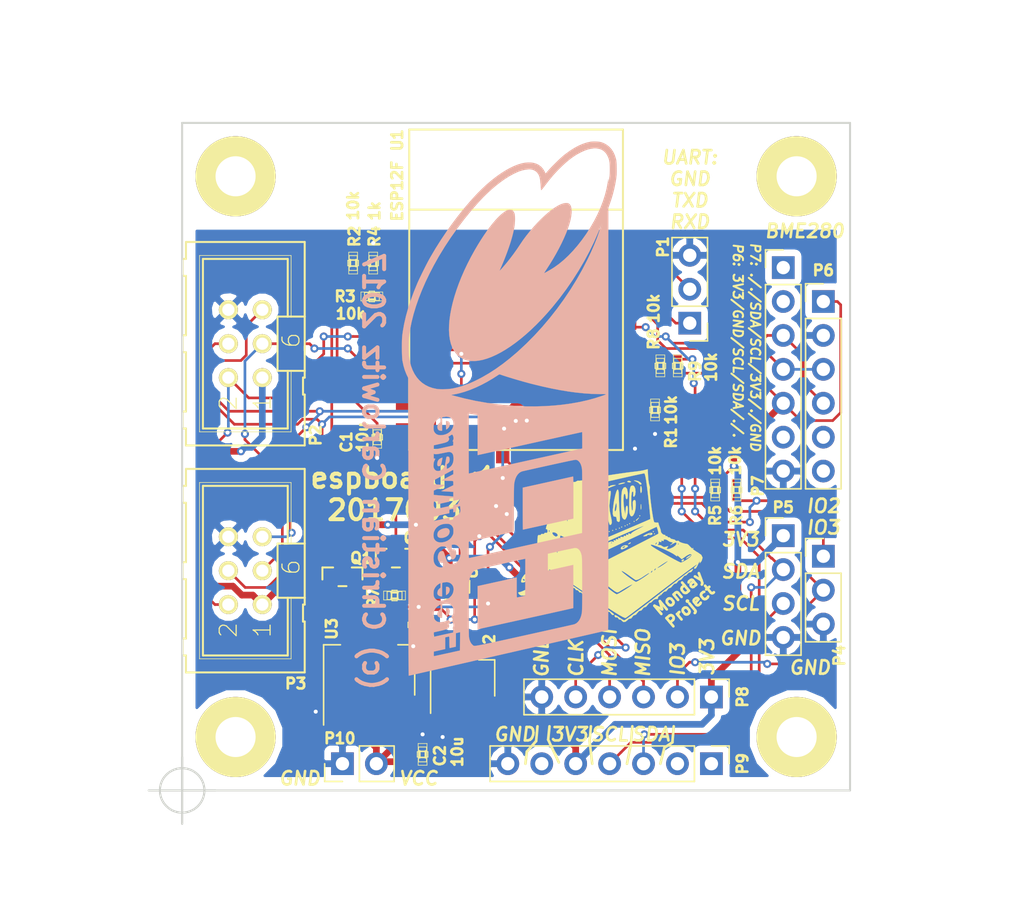
<source format=kicad_pcb>
(kicad_pcb (version 4) (host pcbnew 4.0.2+dfsg1-stable)
  (title_block (title espboard) (comment 1 "(c) Christian Carlowitz") (comment 2 "license: GPLv3 or any later version"))
  (layers (0 F.Cu signal) (31 B.Cu signal) (34 B.Paste user) (35 F.Paste user) (36 B.SilkS user) (37 F.SilkS user) (38 B.Mask user) (39 F.Mask user) (44 Edge.Cuts user))
  (net 0 "")
  (net 1 GND)
  (net 2 +3V3)
  (net 3 VCC)
  (net 4 /RXD)
  (net 5 /TXD)
  (net 6 +3.3VA)
  (net 7 I2C_SCL)
  (net 8 I2C_SDA)
  (net 9 IO2)
  (net 10 IO3)
  (net 11 "Net-(P6-Pad5)")
  (net 12 "Net-(P6-Pad6)")
  (net 13 "Net-(P7-Pad1)")
  (net 14 "Net-(P7-Pad2)")
  (net 15 "Net-(P7-Pad6)")
  (net 16 HSPI_MISO)
  (net 17 HSPI_MOSI)
  (net 18 HSPI_CLK)
  (net 19 "Net-(P9-Pad1)")
  (net 20 "Net-(P9-Pad2)")
  (net 21 "Net-(P9-Pad6)")
  (net 22 SW_5V0)
  (net 23 "Net-(Q1-PadD)")
  (net 24 VAA)
  (net 25 SW_3V3)
  (net 26 "Net-(R1-Pad2)")
  (net 27 /VCC_SENS)
  (net 28 "Net-(R3-Pad2)")
  (net 29 SLEEP_RST)
  (net 30 "Net-(U1-Pad9)")
  (net 31 "Net-(U1-Pad10)")
  (net 32 "Net-(U1-Pad13)")
  (net 33 "Net-(U1-Pad14)")
  (net 34 "Net-(M1-Pad1)")
  (net 35 "Net-(M2-Pad1)")
  (net 36 "Net-(M3-Pad1)")
  (net 37 "Net-(M4-Pad1)")
  (module cc_rcl:rcl-cc-0402 (layer F.Cu) (at 114.6 73.55136 90)
    (fp_text reference C1 (at -0.34864 -2.3 90) (layer F.SilkS) (effects (font (size 0.8 0.8) (thickness 0.2))))
    (fp_text value 10u (at 0 -1.1 90) (layer F.SilkS) (effects (font (size 0.8 0.8) (thickness 0.2))))
    (pad 1 smd rect (at -0.54864 0 90) (size 0.59944 0.6985) (layers F.Cu F.Paste F.Mask) (net 1 GND))
    (pad 2 smd rect (at 0.54864 0 90) (size 0.59944 0.6985) (layers F.Cu F.Paste F.Mask) (net 2 +3V3))
  )
  (module cc_rcl:rcl-cc-0402 (layer F.Cu) (at 118 97.3 270)
    (fp_text reference C2 (at 0.1 -1.3 270) (layer F.SilkS) (effects (font (size 0.8 0.8) (thickness 0.2))))
    (fp_text value 10u (at -0.2 -2.6 270) (layer F.SilkS) (effects (font (size 0.8 0.8) (thickness 0.2))))
    (pad 1 smd rect (at -0.54864 0 270) (size 0.59944 0.6985) (layers F.Cu F.Paste F.Mask) (net 1 GND))
    (pad 2 smd rect (at 0.54864 0 270) (size 0.59944 0.6985) (layers F.Cu F.Paste F.Mask) (net 3 VCC))
  )
  (module cc_rcl:rcl-cc-0402 (layer F.Cu) (at 117.3 87.6 90)
    (fp_text reference C3 (at -2.3 0.8 90) (layer F.SilkS) (effects (font (size 0.8 0.8) (thickness 0.2))))
    (fp_text value 10u (at -0.3 1.1 90) (layer F.SilkS) (effects (font (size 0.8 0.8) (thickness 0.2))))
    (pad 1 smd rect (at -0.54864 0 90) (size 0.59944 0.6985) (layers F.Cu F.Paste F.Mask) (net 1 GND))
    (pad 2 smd rect (at 0.54864 0 90) (size 0.59944 0.6985) (layers F.Cu F.Paste F.Mask) (net 2 +3V3))
  )
  (module cc_con-misc:CC_MOUNT_PLATED_M3 (layer F.Cu) (at 104 54)
    (fp_text reference M1 hide)
    (fp_text value CC_MOUNT hide)
    (pad 1 thru_hole circle (at 0 0) (size 6 6) (drill 3) (layers *.Cu *.Mask F.SilkS) (net 34 "Net-(M1-Pad1)"))
  )
  (module cc_con-misc:CC_MOUNT_PLATED_M3 (layer F.Cu) (at 146 54)
    (fp_text reference M2 hide)
    (fp_text value CC_MOUNT hide)
    (pad 1 thru_hole circle (at 0 0) (size 6 6) (drill 3) (layers *.Cu *.Mask F.SilkS) (net 35 "Net-(M2-Pad1)"))
  )
  (module cc_con-misc:CC_MOUNT_PLATED_M3 (layer F.Cu) (at 146 96)
    (fp_text reference M3 hide)
    (fp_text value CC_MOUNT hide)
    (pad 1 thru_hole circle (at 0 0) (size 6 6) (drill 3) (layers *.Cu *.Mask F.SilkS) (net 36 "Net-(M3-Pad1)"))
  )
  (module cc_con-misc:CC_MOUNT_PLATED_M3 (layer F.Cu) (at 104 96)
    (fp_text reference M4 hide)
    (fp_text value CC_MOUNT hide)
    (pad 1 thru_hole circle (at 0 0) (size 6 6) (drill 3) (layers *.Cu *.Mask F.SilkS) (net 37 "Net-(M4-Pad1)"))
  )
  (module Pin_Headers:Pin_Header_Straight_1x03_Pitch2.54mm (layer F.Cu) (at 138 65 180)
    (fp_text reference P1 (at 2 5.7 270) (layer F.SilkS) (effects (font (size 0.8 0.8) (thickness 0.2))))
    (fp_text value CONN_01X03 hide)
    (pad 1 thru_hole rect (at 0 0 180) (size 1.7 1.7) (drill 1) (layers *.Cu *.Mask) (net 4 /RXD))
    (pad 2 thru_hole oval (at 0 2.54 180) (size 1.7 1.7) (drill 1) (layers *.Cu *.Mask) (net 5 /TXD))
    (pad 3 thru_hole oval (at 0 5.08 180) (size 1.7 1.7) (drill 1) (layers *.Cu *.Mask) (net 1 GND))
  )
  (module Pin_Headers:Pin_Header_Straight_1x03_Pitch2.54mm (layer F.Cu) (at 148 82.46)
    (fp_text reference P4 (at 1.2 7.44 90) (layer F.SilkS) (effects (font (size 0.8 0.8) (thickness 0.2))))
    (fp_text value SW hide)
    (pad 1 thru_hole rect (at 0 0) (size 1.7 1.7) (drill 1) (layers *.Cu *.Mask) (net 9 IO2))
    (pad 2 thru_hole oval (at 0 2.54) (size 1.7 1.7) (drill 1) (layers *.Cu *.Mask) (net 10 IO3))
    (pad 3 thru_hole oval (at 0 5.08) (size 1.7 1.7) (drill 1) (layers *.Cu *.Mask) (net 1 GND))
  )
  (module Pin_Headers:Pin_Header_Straight_1x04_Pitch2.54mm (layer F.Cu) (at 145 80.92)
    (fp_text reference P5 (at 0 -2.12 180) (layer F.SilkS) (effects (font (size 0.8 0.8) (thickness 0.2))))
    (fp_text value AUX hide)
    (pad 1 thru_hole rect (at 0 0) (size 1.7 1.7) (drill 1) (layers *.Cu *.Mask) (net 6 +3.3VA))
    (pad 2 thru_hole oval (at 0 2.54) (size 1.7 1.7) (drill 1) (layers *.Cu *.Mask) (net 8 I2C_SDA))
    (pad 3 thru_hole oval (at 0 5.08) (size 1.7 1.7) (drill 1) (layers *.Cu *.Mask) (net 7 I2C_SCL))
    (pad 4 thru_hole oval (at 0 7.62) (size 1.7 1.7) (drill 1) (layers *.Cu *.Mask) (net 1 GND))
  )
  (module Pin_Headers:Pin_Header_Straight_1x06_Pitch2.54mm (layer F.Cu) (at 148 63.38)
    (fp_text reference P6 (at 0 -2.33) (layer F.SilkS) (effects (font (size 0.8 0.8) (thickness 0.2))))
    (fp_text value BME280 hide)
    (pad 1 thru_hole rect (at 0 0) (size 1.7 1.7) (drill 1) (layers *.Cu *.Mask) (net 6 +3.3VA))
    (pad 2 thru_hole oval (at 0 2.54) (size 1.7 1.7) (drill 1) (layers *.Cu *.Mask) (net 1 GND))
    (pad 3 thru_hole oval (at 0 5.08) (size 1.7 1.7) (drill 1) (layers *.Cu *.Mask) (net 7 I2C_SCL))
    (pad 4 thru_hole oval (at 0 7.62) (size 1.7 1.7) (drill 1) (layers *.Cu *.Mask) (net 8 I2C_SDA))
    (pad 5 thru_hole oval (at 0 10.16) (size 1.7 1.7) (drill 1) (layers *.Cu *.Mask) (net 11 "Net-(P6-Pad5)"))
    (pad 6 thru_hole oval (at 0 12.7) (size 1.7 1.7) (drill 1) (layers *.Cu *.Mask) (net 12 "Net-(P6-Pad6)"))
  )
  (module Pin_Headers:Pin_Header_Straight_1x07_Pitch2.54mm (layer F.Cu) (at 145 60.84)
    (fp_text reference P7 (at -1.9 16.36 90) (layer F.SilkS) (effects (font (size 0.8 0.8) (thickness 0.2))))
    (fp_text value BME280_WATT hide)
    (pad 1 thru_hole rect (at 0 0) (size 1.7 1.7) (drill 1) (layers *.Cu *.Mask) (net 13 "Net-(P7-Pad1)"))
    (pad 2 thru_hole oval (at 0 2.54) (size 1.7 1.7) (drill 1) (layers *.Cu *.Mask) (net 14 "Net-(P7-Pad2)"))
    (pad 3 thru_hole oval (at 0 5.08) (size 1.7 1.7) (drill 1) (layers *.Cu *.Mask) (net 8 I2C_SDA))
    (pad 4 thru_hole oval (at 0 7.62) (size 1.7 1.7) (drill 1) (layers *.Cu *.Mask) (net 7 I2C_SCL))
    (pad 5 thru_hole oval (at 0 10.16) (size 1.7 1.7) (drill 1) (layers *.Cu *.Mask) (net 6 +3.3VA))
    (pad 6 thru_hole oval (at 0 12.7) (size 1.7 1.7) (drill 1) (layers *.Cu *.Mask) (net 15 "Net-(P7-Pad6)"))
    (pad 7 thru_hole oval (at 0 15.24) (size 1.7 1.7) (drill 1) (layers *.Cu *.Mask) (net 1 GND))
  )
  (module Pin_Headers:Pin_Header_Straight_1x06_Pitch2.54mm (layer F.Cu) (at 139.62 93 270)
    (fp_text reference P8 (at 0 -2.33 270) (layer F.SilkS) (effects (font (size 0.8 0.8) (thickness 0.2))))
    (fp_text value EXT_SPI hide)
    (pad 1 thru_hole rect (at 0 0 270) (size 1.7 1.7) (drill 1) (layers *.Cu *.Mask) (net 6 +3.3VA))
    (pad 2 thru_hole oval (at 0 2.54 270) (size 1.7 1.7) (drill 1) (layers *.Cu *.Mask) (net 10 IO3))
    (pad 3 thru_hole oval (at 0 5.08 270) (size 1.7 1.7) (drill 1) (layers *.Cu *.Mask) (net 16 HSPI_MISO))
    (pad 4 thru_hole oval (at 0 7.62 270) (size 1.7 1.7) (drill 1) (layers *.Cu *.Mask) (net 17 HSPI_MOSI))
    (pad 5 thru_hole oval (at 0 10.16 270) (size 1.7 1.7) (drill 1) (layers *.Cu *.Mask) (net 18 HSPI_CLK))
    (pad 6 thru_hole oval (at 0 12.7 270) (size 1.7 1.7) (drill 1) (layers *.Cu *.Mask) (net 1 GND))
  )
  (module Pin_Headers:Pin_Header_Straight_1x07_Pitch2.54mm (layer F.Cu) (at 139.62 98 270)
    (fp_text reference P9 (at 0 -2.33 270) (layer F.SilkS) (effects (font (size 0.8 0.8) (thickness 0.2))))
    (fp_text value MISC_WATT hide)
    (pad 1 thru_hole rect (at 0 0 270) (size 1.7 1.7) (drill 1) (layers *.Cu *.Mask) (net 19 "Net-(P9-Pad1)"))
    (pad 2 thru_hole oval (at 0 2.54 270) (size 1.7 1.7) (drill 1) (layers *.Cu *.Mask) (net 20 "Net-(P9-Pad2)"))
    (pad 3 thru_hole oval (at 0 5.08 270) (size 1.7 1.7) (drill 1) (layers *.Cu *.Mask) (net 8 I2C_SDA))
    (pad 4 thru_hole oval (at 0 7.62 270) (size 1.7 1.7) (drill 1) (layers *.Cu *.Mask) (net 7 I2C_SCL))
    (pad 5 thru_hole oval (at 0 10.16 270) (size 1.7 1.7) (drill 1) (layers *.Cu *.Mask) (net 6 +3.3VA))
    (pad 6 thru_hole oval (at 0 12.7 270) (size 1.7 1.7) (drill 1) (layers *.Cu *.Mask) (net 21 "Net-(P9-Pad6)"))
    (pad 7 thru_hole oval (at 0 15.24 270) (size 1.7 1.7) (drill 1) (layers *.Cu *.Mask) (net 1 GND))
  )
  (module Pin_Headers:Pin_Header_Straight_1x02_Pitch2.54mm (layer F.Cu) (at 112 98 90)
    (fp_text reference P10 (at 1.9 -0.2 180) (layer F.SilkS) (effects (font (size 0.8 0.8) (thickness 0.2))))
    (fp_text value CONN_01X02 hide)
    (pad 1 thru_hole rect (at 0 0 90) (size 1.7 1.7) (drill 1) (layers *.Cu *.Mask) (net 1 GND))
    (pad 2 thru_hole oval (at 0 2.54 90) (size 1.7 1.7) (drill 1) (layers *.Cu *.Mask) (net 3 VCC))
  )
  (module cc_transistor:CC_SOT23_MOS1 (layer F.Cu) (at 112 84)
    (fp_text reference Q1 (at 1.4 -1.4) (layer F.SilkS) (effects (font (size 0.8 0.8) (thickness 0.2))))
    (fp_text value IRLML6244 hide)
    (pad G smd rect (at -0.9525 1.05664) (size 0.59944 1.00076) (layers F.Cu F.Paste F.Mask) (net 22 SW_5V0))
    (pad D smd rect (at 0 -1.05664) (size 0.59944 1.00076) (layers F.Cu F.Paste F.Mask) (net 23 "Net-(Q1-PadD)"))
    (pad S smd rect (at 0.9525 1.05664) (size 0.59944 1.00076) (layers F.Cu F.Paste F.Mask) (net 1 GND))
  )
  (module cc_transistor:CC_SOT23_MOS1 (layer F.Cu) (at 116 82.6)
    (fp_text reference Q2 (at 1.4 -1.5) (layer F.SilkS) (effects (font (size 0.8 0.8) (thickness 0.2))))
    (fp_text value IRLML2244 hide)
    (pad G smd rect (at -0.9525 1.05664) (size 0.59944 1.00076) (layers F.Cu F.Paste F.Mask) (net 23 "Net-(Q1-PadD)"))
    (pad D smd rect (at 0 -1.05664) (size 0.59944 1.00076) (layers F.Cu F.Paste F.Mask) (net 24 VAA))
    (pad S smd rect (at 0.9525 1.05664) (size 0.59944 1.00076) (layers F.Cu F.Paste F.Mask) (net 3 VCC))
  )
  (module cc_transistor:CC_SOT23_MOS1 (layer F.Cu) (at 120 85)
    (fp_text reference Q3 (at 1.4 -1.4) (layer F.SilkS) (effects (font (size 0.8 0.8) (thickness 0.2))))
    (fp_text value IRLML2244 hide)
    (pad G smd rect (at -0.9525 1.05664) (size 0.59944 1.00076) (layers F.Cu F.Paste F.Mask) (net 25 SW_3V3))
    (pad D smd rect (at 0 -1.05664) (size 0.59944 1.00076) (layers F.Cu F.Paste F.Mask) (net 6 +3.3VA))
    (pad S smd rect (at 0.9525 1.05664) (size 0.59944 1.00076) (layers F.Cu F.Paste F.Mask) (net 2 +3V3))
  )
  (module cc_rcl:rcl-cc-0402 (layer F.Cu) (at 135.4 71.5 90)
    (fp_text reference R1 (at -2.1 1.2 90) (layer F.SilkS) (effects (font (size 0.8 0.8) (thickness 0.2))))
    (fp_text value 10k (at 0 1.2 90) (layer F.SilkS) (effects (font (size 0.8 0.8) (thickness 0.2))))
    (pad 1 smd rect (at -0.54864 0 90) (size 0.59944 0.6985) (layers F.Cu F.Paste F.Mask) (net 1 GND))
    (pad 2 smd rect (at 0.54864 0 90) (size 0.59944 0.6985) (layers F.Cu F.Paste F.Mask) (net 26 "Net-(R1-Pad2)"))
  )
  (module cc_rcl:rcl-cc-0402 (layer F.Cu) (at 112.8 60.5 90)
    (fp_text reference R2 (at 2 0.1 90) (layer F.SilkS) (effects (font (size 0.8 0.8) (thickness 0.2))))
    (fp_text value 10k (at 4.3 0 90) (layer F.SilkS) (effects (font (size 0.8 0.8) (thickness 0.2))))
    (pad 1 smd rect (at -0.54864 0 90) (size 0.59944 0.6985) (layers F.Cu F.Paste F.Mask) (net 27 /VCC_SENS))
    (pad 2 smd rect (at 0.54864 0 90) (size 0.59944 0.6985) (layers F.Cu F.Paste F.Mask) (net 24 VAA))
  )
  (module cc_rcl:rcl-cc-0402 (layer F.Cu) (at 114.2 63)
    (fp_text reference R3 (at -2 0) (layer F.SilkS) (effects (font (size 0.8 0.8) (thickness 0.2))))
    (fp_text value 10k (at -1.6 1.3) (layer F.SilkS) (effects (font (size 0.8 0.8) (thickness 0.2))))
    (pad 1 smd rect (at -0.54864 0) (size 0.59944 0.6985) (layers F.Cu F.Paste F.Mask) (net 2 +3V3))
    (pad 2 smd rect (at 0.54864 0) (size 0.59944 0.6985) (layers F.Cu F.Paste F.Mask) (net 28 "Net-(R3-Pad2)"))
  )
  (module cc_rcl:rcl-cc-0402 (layer F.Cu) (at 114.3 60.5 270)
    (fp_text reference R4 (at -2 -0.1 270) (layer F.SilkS) (effects (font (size 0.8 0.8) (thickness 0.2))))
    (fp_text value 1k (at -3.9 -0.1 270) (layer F.SilkS) (effects (font (size 0.8 0.8) (thickness 0.2))))
    (pad 1 smd rect (at -0.54864 0 270) (size 0.59944 0.6985) (layers F.Cu F.Paste F.Mask) (net 1 GND))
    (pad 2 smd rect (at 0.54864 0 270) (size 0.59944 0.6985) (layers F.Cu F.Paste F.Mask) (net 27 /VCC_SENS))
  )
  (module cc_rcl:rcl-cc-0402 (layer F.Cu) (at 139.9 77.5 90)
    (fp_text reference R5 (at -1.9 0 90) (layer F.SilkS) (effects (font (size 0.8 0.8) (thickness 0.2))))
    (fp_text value 10k (at 2.2 0 90) (layer F.SilkS) (effects (font (size 0.8 0.8) (thickness 0.2))))
    (pad 1 smd rect (at -0.54864 0 90) (size 0.59944 0.6985) (layers F.Cu F.Paste F.Mask) (net 10 IO3))
    (pad 2 smd rect (at 0.54864 0 90) (size 0.59944 0.6985) (layers F.Cu F.Paste F.Mask) (net 6 +3.3VA))
  )
  (module cc_rcl:rcl-cc-0402 (layer F.Cu) (at 141.5 77.5 90)
    (fp_text reference R6 (at -1.9 0 90) (layer F.SilkS) (effects (font (size 0.8 0.8) (thickness 0.2))))
    (fp_text value 10k (at 2.2 -0.1 90) (layer F.SilkS) (effects (font (size 0.8 0.8) (thickness 0.2))))
    (pad 1 smd rect (at -0.54864 0 90) (size 0.59944 0.6985) (layers F.Cu F.Paste F.Mask) (net 9 IO2))
    (pad 2 smd rect (at 0.54864 0 90) (size 0.59944 0.6985) (layers F.Cu F.Paste F.Mask) (net 6 +3.3VA))
  )
  (module cc_rcl:rcl-cc-0402 (layer F.Cu) (at 115.9 85.4)
    (fp_text reference R7 (at -1.6 0.2 90) (layer F.SilkS) (effects (font (size 0.8 0.8) (thickness 0.2))))
    (fp_text value 10k (at 1.7 0.1 90) (layer F.SilkS) (effects (font (size 0.8 0.8) (thickness 0.2))))
    (pad 1 smd rect (at -0.54864 0) (size 0.59944 0.6985) (layers F.Cu F.Paste F.Mask) (net 23 "Net-(Q1-PadD)"))
    (pad 2 smd rect (at 0.54864 0) (size 0.59944 0.6985) (layers F.Cu F.Paste F.Mask) (net 3 VCC))
  )
  (module cc_rcl:rcl-cc-0402 (layer F.Cu) (at 135.8 68.2 270)
    (fp_text reference R8 (at -2 0.5 270) (layer F.SilkS) (effects (font (size 0.8 0.8) (thickness 0.2))))
    (fp_text value 10k (at -4.3 0.5 270) (layer F.SilkS) (effects (font (size 0.8 0.8) (thickness 0.2))))
    (pad 1 smd rect (at -0.54864 0 270) (size 0.59944 0.6985) (layers F.Cu F.Paste F.Mask) (net 7 I2C_SCL))
    (pad 2 smd rect (at 0.54864 0 270) (size 0.59944 0.6985) (layers F.Cu F.Paste F.Mask) (net 6 +3.3VA))
  )
  (module cc_rcl:rcl-cc-0402 (layer F.Cu) (at 137.1 68.2 270)
    (fp_text reference R9 (at 0.4 -1.3 270) (layer F.SilkS) (effects (font (size 0.8 0.8) (thickness 0.2))))
    (fp_text value 10k (at 0.1 -2.5 270) (layer F.SilkS) (effects (font (size 0.8 0.8) (thickness 0.2))))
    (pad 1 smd rect (at -0.54864 0 270) (size 0.59944 0.6985) (layers F.Cu F.Paste F.Mask) (net 8 I2C_SDA))
    (pad 2 smd rect (at 0.54864 0 270) (size 0.59944 0.6985) (layers F.Cu F.Paste F.Mask) (net 6 +3.3VA))
  )
  (module cc_esp:esp12f (layer F.Cu) (at 117 74.5)
    (fp_text reference U1 (at -0.9 -23.2 90) (layer F.SilkS) (effects (font (size 0.8 0.8) (thickness 0.2))))
    (fp_text value ESP12F (at -0.9 -19.4 90) (layer F.SilkS) (effects (font (size 0.8 0.8) (thickness 0.2))))
    (pad 8 smd rect (at 0 -1.5 90) (size 1 2) (layers F.Cu F.Paste F.Mask) (net 2 +3V3))
    (pad 7 smd rect (at 0 -3.5 90) (size 1 2) (layers F.Cu F.Paste F.Mask) (net 17 HSPI_MOSI))
    (pad 6 smd rect (at 0 -5.5 90) (size 1 2) (layers F.Cu F.Paste F.Mask) (net 16 HSPI_MISO))
    (pad 5 smd rect (at 0 -7.5 90) (size 1 2) (layers F.Cu F.Paste F.Mask) (net 18 HSPI_CLK))
    (pad 4 smd rect (at 0 -9.5 90) (size 1 2) (layers F.Cu F.Paste F.Mask) (net 29 SLEEP_RST))
    (pad 3 smd rect (at 0 -11.5 90) (size 1 2) (layers F.Cu F.Paste F.Mask) (net 28 "Net-(R3-Pad2)"))
    (pad 2 smd rect (at 0 -13.5 90) (size 1 2) (layers F.Cu F.Paste F.Mask) (net 27 /VCC_SENS))
    (pad 1 smd rect (at 0 -15.5 90) (size 1 2) (layers F.Cu F.Paste F.Mask) (net 29 SLEEP_RST))
    (pad 9 smd rect (at 3 0 180) (size 1 2) (layers F.Cu F.Paste F.Mask) (net 30 "Net-(U1-Pad9)"))
    (pad 10 smd rect (at 5 0 180) (size 1 2) (layers F.Cu F.Paste F.Mask) (net 31 "Net-(U1-Pad10)"))
    (pad 11 smd rect (at 7 0 180) (size 1 2) (layers F.Cu F.Paste F.Mask) (net 9 IO2))
    (pad 12 smd rect (at 9 0 180) (size 1 2) (layers F.Cu F.Paste F.Mask) (net 10 IO3))
    (pad 13 smd rect (at 11 0 180) (size 1 2) (layers F.Cu F.Paste F.Mask) (net 32 "Net-(U1-Pad13)"))
    (pad 14 smd rect (at 13 0 180) (size 1 2) (layers F.Cu F.Paste F.Mask) (net 33 "Net-(U1-Pad14)"))
    (pad 15 smd rect (at 16 -1.5 270) (size 1 2) (layers F.Cu F.Paste F.Mask) (net 1 GND))
    (pad 16 smd rect (at 16 -3.5 270) (size 1 2) (layers F.Cu F.Paste F.Mask) (net 26 "Net-(R1-Pad2)"))
    (pad 17 smd rect (at 16 -5.5 270) (size 1 2) (layers F.Cu F.Paste F.Mask) (net 22 SW_5V0))
    (pad 18 smd rect (at 16 -7.5 270) (size 1 2) (layers F.Cu F.Paste F.Mask) (net 25 SW_3V3))
    (pad 19 smd rect (at 16 -9.5 270) (size 1 2) (layers F.Cu F.Paste F.Mask) (net 8 I2C_SDA))
    (pad 20 smd rect (at 16 -11.5 270) (size 1 2) (layers F.Cu F.Paste F.Mask) (net 7 I2C_SCL))
    (pad 21 smd rect (at 16 -13.5 270) (size 1 2) (layers F.Cu F.Paste F.Mask) (net 4 /RXD))
    (pad 22 smd rect (at 16 -15.5 270) (size 1 2) (layers F.Cu F.Paste F.Mask) (net 5 /TXD))
  )
  (module TO_SOT_Packages_SMD:SOT-89-3_Handsoldering (layer F.Cu) (at 121 92 90)
    (fp_text reference U2 (at 2.9 2 90) (layer F.SilkS) (effects (font (size 0.8 0.8) (thickness 0.2))))
    (fp_text value MCP1703 hide)
    (pad 1 smd rect (at -1.98 -1.5) (size 1 2.5) (layers F.Cu F.Paste F.Mask) (net 1 GND))
    (pad 2 smd rect (at -1.98 0) (size 1 2.5) (layers F.Cu F.Paste F.Mask) (net 2 +3V3))
    (pad 3 smd rect (at -1.98 1.5) (size 1 2.5) (layers F.Cu F.Paste F.Mask) (net 3 VCC))
    (pad 2 smd rect (at 1.98 0) (size 2 4) (layers F.Cu F.Paste F.Mask) (net 2 +3V3))
    (pad 2 smd trapezoid (at -0.37 0 180) (size 1.5 0.75) (rect_delta 0 0.5) (layers F.Cu F.Paste F.Mask) (net 2 +3V3))
  )
  (module TO_SOT_Packages_SMD:SOT-223 (layer F.Cu) (at 114 91 90)
    (fp_text reference U3 (at 3.1 -2.8 90) (layer F.SilkS) (effects (font (size 0.8 0.8) (thickness 0.2))))
    (fp_text value LM1117-3.3 hide)
    (pad 4 smd rect (at 3.15 0 90) (size 2 3.8) (layers F.Cu F.Paste F.Mask) (net 2 +3V3))
    (pad 2 smd rect (at -3.15 0 90) (size 2 1.5) (layers F.Cu F.Paste F.Mask) (net 2 +3V3))
    (pad 3 smd rect (at -3.15 2.3 90) (size 2 1.5) (layers F.Cu F.Paste F.Mask) (net 3 VCC))
    (pad 1 smd rect (at -3.15 -2.3 90) (size 2 1.5) (layers F.Cu F.Paste F.Mask) (net 1 GND))
  )
  (module con-harting-ml:con-harting-ml-ML6 (layer F.Cu) (at 104.73 66.54 90)
    (fp_text reference P2 (at -6.86 5.27 90) (layer F.SilkS) (effects (font (size 0.8 0.8) (thickness 0.2))))
    (fp_text value CONN_02X03 hide)
    (fp_text user 1 (at -4.445 1.27 90) (layer F.SilkS) (effects (font (size 1.27 1.27) (thickness 0.0889))))
    (fp_text user 2 (at -4.445 -1.27 90) (layer F.SilkS) (effects (font (size 1.27 1.27) (thickness 0.0889))))
    (fp_text user 6 (at 0.254 3.429 90) (layer F.SilkS) (effects (font (size 1.27 1.27) (thickness 0.0889))))
    (pad 1 thru_hole circle (at -2.54 1.27 90) (size 1.4224 1.4224) (drill 0.9144) (layers *.Cu *.Mask F.Paste F.SilkS) (net 6 +3.3VA))
    (pad 2 thru_hole circle (at -2.54 -1.27 90) (size 1.4224 1.4224) (drill 0.9144) (layers *.Cu *.Mask F.Paste F.SilkS) (net 7 I2C_SCL))
    (pad 3 thru_hole circle (at 0 1.27 90) (size 1.4224 1.4224) (drill 0.9144) (layers *.Cu *.Mask F.Paste F.SilkS) (net 8 I2C_SDA))
    (pad 4 thru_hole circle (at 0 -1.27 90) (size 1.4224 1.4224) (drill 0.9144) (layers *.Cu *.Mask F.Paste F.SilkS) (net 9 IO2))
    (pad 5 thru_hole circle (at 2.54 1.27 90) (size 1.4224 1.4224) (drill 0.9144) (layers *.Cu *.Mask F.Paste F.SilkS) (net 10 IO3))
    (pad 6 thru_hole circle (at 2.54 -1.27 90) (size 1.4224 1.4224) (drill 0.9144) (layers *.Cu *.Mask F.Paste F.SilkS) (net 1 GND))
  )
  (module con-harting-ml:con-harting-ml-ML6 (layer F.Cu) (at 104.73 83.54 90)
    (fp_text reference P3 (at -8.46 3.77 180) (layer F.SilkS) (effects (font (size 0.8 0.8) (thickness 0.2))))
    (fp_text value CONN_02X03 hide)
    (fp_text user 1 (at -4.445 1.27 90) (layer F.SilkS) (effects (font (size 1.27 1.27) (thickness 0.0889))))
    (fp_text user 2 (at -4.445 -1.27 90) (layer F.SilkS) (effects (font (size 1.27 1.27) (thickness 0.0889))))
    (fp_text user 6 (at 0.254 3.429 90) (layer F.SilkS) (effects (font (size 1.27 1.27) (thickness 0.0889))))
    (pad 1 thru_hole circle (at -2.54 1.27 90) (size 1.4224 1.4224) (drill 0.9144) (layers *.Cu *.Mask F.Paste F.SilkS) (net 6 +3.3VA))
    (pad 2 thru_hole circle (at -2.54 -1.27 90) (size 1.4224 1.4224) (drill 0.9144) (layers *.Cu *.Mask F.Paste F.SilkS) (net 7 I2C_SCL))
    (pad 3 thru_hole circle (at 0 1.27 90) (size 1.4224 1.4224) (drill 0.9144) (layers *.Cu *.Mask F.Paste F.SilkS) (net 8 I2C_SDA))
    (pad 4 thru_hole circle (at 0 -1.27 90) (size 1.4224 1.4224) (drill 0.9144) (layers *.Cu *.Mask F.Paste F.SilkS) (net 9 IO2))
    (pad 5 thru_hole circle (at 2.54 1.27 90) (size 1.4224 1.4224) (drill 0.9144) (layers *.Cu *.Mask F.Paste F.SilkS) (net 10 IO3))
    (pad 6 thru_hole circle (at 2.54 -1.27 90) (size 1.4224 1.4224) (drill 0.9144) (layers *.Cu *.Mask F.Paste F.SilkS) (net 1 GND))
  )
  (module cc_misc:k4cg_small (layer F.Cu) (at 133.2 81.5)
    (fp_text reference G*** hide)
    (fp_text value LOGO hide)
  )
  (module cc_misc:gpl3_40x16mm_2_Silk (layer B.Cu) (at 124.5 71.4 90)
    (fp_text reference G*** hide)
    (fp_text value LOGO hide)
  )
  (gr_text "(c) Christian Carlowitz 2017" (at 114.3 76.1 270) (layer B.SilkS) (effects (font (size 1.5 1.5) (thickness 0.3)) (justify mirror)))
  (gr_text "Monday\nProject" (at 137.6 85.7 40) (layer F.SilkS) (effects (font (size 0.8 0.8) (thickness 0.2))))
  (gr_text "espboard v1\n20170930" (at 116.6 77.8) (layer F.SilkS) (effects (font (size 1.5 1.5) (thickness 0.3))))
  (gr_text "UART:\nGND\nTXD\nRXD" (at 138 55) (layer F.SilkS) (effects (font (size 1 1) (thickness 0.2) italic)))
  (gr_text GND (at 108.8 99.1) (layer F.SilkS) (effects (font (size 1 1) (thickness 0.2) italic)))
  (gr_text VCC (at 117.7 99.1) (layer F.SilkS) (effects (font (size 1 1) (thickness 0.2) italic)))
  (gr_line (start 126.5 96.3) (end 126.6 95.2) (layer F.SilkS) (width 0.2))
  (gr_line (start 125.8 97.1) (end 126.5 96.3) (layer F.SilkS) (width 0.2))
  (gr_line (start 125.7 98) (end 125.8 97.1) (layer F.SilkS) (width 0.2))
  (gr_line (start 136.7 96.4) (end 136.8 95.2) (layer F.SilkS) (width 0.2))
  (gr_line (start 136.1 96.8) (end 136.7 96.4) (layer F.SilkS) (width 0.2))
  (gr_line (start 135.8 98) (end 136.1 96.8) (layer F.SilkS) (width 0.2))
  (gr_line (start 127.4 96.2) (end 127.5 95.2) (layer F.SilkS) (width 0.2))
  (gr_line (start 128.2 97.9) (end 127.4 96.2) (layer F.SilkS) (width 0.2))
  (gr_line (start 133.6 96.5) (end 133.7 95.2) (layer F.SilkS) (width 0.2))
  (gr_line (start 133.3 98) (end 133.6 96.5) (layer F.SilkS) (width 0.2))
  (gr_line (start 130.5 96.3) (end 130.6 95.2) (layer F.SilkS) (width 0.2))
  (gr_line (start 130.7 98) (end 130.5 96.3) (layer F.SilkS) (width 0.2))
  (gr_text SDA (at 135.1 95.8) (layer F.SilkS) (effects (font (size 1 1) (thickness 0.2) italic)))
  (gr_text SCL (at 132 95.8) (layer F.SilkS) (effects (font (size 1 1) (thickness 0.2) italic)))
  (gr_text 3V3 (at 129 95.8) (layer F.SilkS) (effects (font (size 1 1) (thickness 0.2) italic)))
  (gr_text GND (at 124.9 95.8) (layer F.SilkS) (effects (font (size 1 1) (thickness 0.2) italic)))
  (gr_text 3V3 (at 139.3 90 90) (layer F.SilkS) (effects (font (size 1 1) (thickness 0.2) italic)))
  (gr_text IO3 (at 137.1 90.2 90) (layer F.SilkS) (effects (font (size 1 1) (thickness 0.2) italic)))
  (gr_text MISO (at 134.5 89.7 90) (layer F.SilkS) (effects (font (size 1 1) (thickness 0.2) italic)))
  (gr_text MOSI (at 132 89.7 90) (layer F.SilkS) (effects (font (size 1 1) (thickness 0.2) italic)))
  (gr_text CLK (at 129.5 90.1 90) (layer F.SilkS) (effects (font (size 1 1) (thickness 0.2) italic)))
  (gr_text GND (at 126.9 90 90) (layer F.SilkS) (effects (font (size 1 1) (thickness 0.2) italic)))
  (gr_text "P6: 3V3/GND/SCL/SDA/./." (at 141.6 66.3 270) (layer F.SilkS) (effects (font (size 0.7 0.7) (thickness 0.15) italic)))
  (gr_text "P7: ././SDA/SCL/3V3/./GND" (at 142.9 66.8 270) (layer F.SilkS) (effects (font (size 0.7 0.7) (thickness 0.15) italic)))
  (gr_text BME280 (at 146.6 58.1) (layer F.SilkS) (effects (font (size 1 1) (thickness 0.2) italic)))
  (gr_text GND (at 147 90.8) (layer F.SilkS) (effects (font (size 1 1) (thickness 0.2) italic)))
  (gr_text "IO2\nIO3" (at 148 79.5) (layer F.SilkS) (effects (font (size 1 1) (thickness 0.2) italic)))
  (gr_text 3V3 (at 141.8 81.2) (layer F.SilkS) (effects (font (size 1 1) (thickness 0.2) italic)))
  (gr_text SDA (at 141.8 83.6) (layer F.SilkS) (effects (font (size 1 1) (thickness 0.2) italic)))
  (gr_text SCL (at 141.8 86) (layer F.SilkS) (effects (font (size 1 1) (thickness 0.2) italic)))
  (gr_text GND (at 141.8 88.6) (layer F.SilkS) (effects (font (size 1 1) (thickness 0.2) italic)))
  (gr_line (start 150 100) (end 100 100) (layer Edge.Cuts) (width 0.15))
  (gr_line (start 150 50) (end 150 100) (layer Edge.Cuts) (width 0.15))
  (gr_line (start 100 50) (end 150 50) (layer Edge.Cuts) (width 0.15))
  (gr_line (start 100 100) (end 100 50) (layer Edge.Cuts) (width 0.15))
  (target plus (at 100 100) (size 5) (width 0.15) (layer Edge.Cuts))
  (target plus (at 100 100) (size 5) (width 0.15) (layer Edge.Cuts))
  (segment (start 118 96.75136) (end 118 95.8) (width 0.5) (layer F.Cu) (net 1))
  (via (at 118 95.8) (size 0.6) (drill 0.3) (layers F.Cu B.Cu) (net 1))
  (segment (start 117.3 88.14864) (end 117.3 89.2) (width 0.5) (layer F.Cu) (net 1))
  (via (at 117.3 89.2) (size 0.6) (drill 0.3) (layers F.Cu B.Cu) (net 1))
  (segment (start 135.4 72.04864) (end 135.4 73.3) (width 0.5) (layer F.Cu) (net 1))
  (via (at 135.4 73.3) (size 0.6) (drill 0.3) (layers F.Cu B.Cu) (net 1))
  (segment (start 133 73) (end 133 73.5) (width 0.5) (layer F.Cu) (net 1))
  (via (at 133.9 74.4) (size 0.6) (drill 0.3) (layers F.Cu B.Cu) (net 1))
  (segment (start 133 73.5) (end 133.9 74.4) (width 0.5) (layer F.Cu) (net 1))
  (segment (start 114.6 74.1) (end 114.6 75.1) (width 0.5) (layer F.Cu) (net 1))
  (via (at 114.6 75.1) (size 0.6) (drill 0.3) (layers F.Cu B.Cu) (net 1))
  (segment (start 119.5 93.98) (end 119.5 96) (width 0.5) (layer F.Cu) (net 1))
  (via (at 119.5 96) (size 0.6) (drill 0.3) (layers F.Cu B.Cu) (net 1))
  (segment (start 111.7 94.15) (end 110.05 94.15) (width 0.5) (layer F.Cu) (net 1))
  (segment (start 110.05 94.15) (end 110 94.1) (width 0.5) (layer F.Cu) (net 1))
  (via (at 110 94.1) (size 0.6) (drill 0.3) (layers F.Cu B.Cu) (net 1))
  (segment (start 112.9525 85.05664) (end 113.95664 85.05664) (width 0.5) (layer F.Cu) (net 1))
  (segment (start 113.95664 85.05664) (end 114 85.1) (width 0.5) (layer F.Cu) (net 1))
  (via (at 114 85.1) (size 0.6) (drill 0.3) (layers F.Cu B.Cu) (net 1))
  (segment (start 114.3 59.95136) (end 114.3 59) (width 0.2) (layer F.Cu) (net 1))
  (via (at 114.3 59) (size 0.6) (drill 0.3) (layers F.Cu B.Cu) (net 1))
  (segment (start 121 92.37) (end 121 90.02) (width 0.5) (layer F.Cu) (net 2))
  (segment (start 121 93.98) (end 121 92.37) (width 0.5) (layer F.Cu) (net 2))
  (segment (start 111.6 63.8) (end 112.4 63) (width 0.2) (layer F.Cu) (net 2))
  (segment (start 112.4 63) (end 113.65136 63) (width 0.2) (layer F.Cu) (net 2))
  (segment (start 111.6 69.503) (end 111.6 63.8) (width 0.2) (layer F.Cu) (net 2))
  (segment (start 114.6 73.00272) (end 114.6 72.503) (width 0.2) (layer F.Cu) (net 2))
  (segment (start 114.6 72.503) (end 111.6 69.503) (width 0.2) (layer F.Cu) (net 2))
  (segment (start 114.6 73.00272) (end 116.99728 73.00272) (width 0.5) (layer F.Cu) (net 2))
  (segment (start 116.99728 73.00272) (end 117 73) (width 0.5) (layer F.Cu) (net 2))
  (segment (start 120.9525 80.1525) (end 117 76.2) (width 0.5) (layer F.Cu) (net 2))
  (segment (start 117 76.2) (end 117 73) (width 0.5) (layer F.Cu) (net 2))
  (segment (start 120.9525 86.05664) (end 120.9525 80.1525) (width 0.5) (layer F.Cu) (net 2))
  (segment (start 114 94.15) (end 114 92.65) (width 0.5) (layer F.Cu) (net 2))
  (segment (start 114 92.65) (end 114 87.85) (width 0.5) (layer F.Cu) (net 2))
  (segment (start 121 90.02) (end 121 86.10414) (width 0.5) (layer F.Cu) (net 2))
  (segment (start 121 86.10414) (end 120.9525 86.05664) (width 0.5) (layer F.Cu) (net 2))
  (segment (start 117.3 87.05136) (end 118.03136 87.05136) (width 0.5) (layer F.Cu) (net 2))
  (segment (start 118.03136 87.05136) (end 121 90.02) (width 0.5) (layer F.Cu) (net 2))
  (segment (start 117.3 87.05136) (end 114.79864 87.05136) (width 0.5) (layer F.Cu) (net 2))
  (segment (start 114.79864 87.05136) (end 114 87.85) (width 0.5) (layer F.Cu) (net 2))
  (segment (start 114.54 98) (end 114.54 96.797919) (width 0.5) (layer F.Cu) (net 3))
  (segment (start 114.54 96.797919) (end 113.942081 96.2) (width 0.5) (layer F.Cu) (net 3))
  (segment (start 113.942081 96.2) (end 109.6 96.2) (width 0.5) (layer F.Cu) (net 3))
  (segment (start 109.6 96.2) (end 108.5 95.1) (width 0.5) (layer F.Cu) (net 3))
  (segment (start 108.5 95.1) (end 108.5 84.7) (width 0.5) (layer F.Cu) (net 3))
  (segment (start 114 81.5) (end 115.1 82.6) (width 0.5) (layer F.Cu) (net 3))
  (segment (start 108.5 84.7) (end 111.7 81.5) (width 0.5) (layer F.Cu) (net 3))
  (segment (start 116.09652 82.6) (end 116.9525 83.45598) (width 0.5) (layer F.Cu) (net 3))
  (segment (start 111.7 81.5) (end 114 81.5) (width 0.5) (layer F.Cu) (net 3))
  (segment (start 115.1 82.6) (end 116.09652 82.6) (width 0.5) (layer F.Cu) (net 3))
  (segment (start 116.9525 83.45598) (end 116.9525 83.65664) (width 0.5) (layer F.Cu) (net 3))
  (segment (start 120.55136 97.84864) (end 122.5 95.9) (width 0.5) (layer F.Cu) (net 3))
  (segment (start 122.5 95.9) (end 122.5 93.98) (width 0.5) (layer F.Cu) (net 3))
  (segment (start 118 97.84864) (end 120.55136 97.84864) (width 0.5) (layer F.Cu) (net 3))
  (segment (start 114.54 98) (end 116.3 96.24) (width 0.5) (layer F.Cu) (net 3))
  (segment (start 116.3 96.24) (end 116.3 94.15) (width 0.5) (layer F.Cu) (net 3))
  (segment (start 118 97.84864) (end 114.69136 97.84864) (width 0.5) (layer F.Cu) (net 3))
  (segment (start 114.69136 97.84864) (end 114.54 98) (width 0.5) (layer F.Cu) (net 3))
  (segment (start 116.9525 83.65664) (end 116.9525 84.89614) (width 0.5) (layer F.Cu) (net 3))
  (segment (start 116.9525 84.89614) (end 116.44864 85.4) (width 0.5) (layer F.Cu) (net 3))
  (segment (start 138 65) (end 136.95 65) (width 0.2) (layer F.Cu) (net 4))
  (segment (start 136.95 65) (end 136 64.05) (width 0.2) (layer F.Cu) (net 4))
  (segment (start 135 61) (end 133 61) (width 0.2) (layer F.Cu) (net 4))
  (segment (start 136 64.05) (end 136 62) (width 0.2) (layer F.Cu) (net 4))
  (segment (start 136 62) (end 135 61) (width 0.2) (layer F.Cu) (net 4))
  (segment (start 138 62.46) (end 134.54 59) (width 0.2) (layer F.Cu) (net 5))
  (segment (start 134.54 59) (end 133 59) (width 0.2) (layer F.Cu) (net 5))
  (segment (start 137.1 68.74864) (end 142.74864 68.74864) (width 0.2) (layer F.Cu) (net 6))
  (segment (start 142.74864 68.74864) (end 145 71) (width 0.2) (layer F.Cu) (net 6))
  (segment (start 135.8 68.74864) (end 137.1 68.74864) (width 0.2) (layer F.Cu) (net 6))
  (segment (start 139.62 94.35) (end 139.62 93) (width 0.5) (layer B.Cu) (net 6))
  (segment (start 129.46 98) (end 132.410022 95.049978) (width 0.5) (layer B.Cu) (net 6))
  (segment (start 138.920022 95.049978) (end 139.62 94.35) (width 0.5) (layer B.Cu) (net 6))
  (segment (start 132.410022 95.049978) (end 138.920022 95.049978) (width 0.5) (layer B.Cu) (net 6))
  (segment (start 139.9 76.95136) (end 140.04864 76.95136) (width 0.2) (layer F.Cu) (net 6))
  (segment (start 140.04864 76.95136) (end 141.3 75.7) (width 0.2) (layer F.Cu) (net 6))
  (segment (start 141.5 76.95136) (end 141.5 75.9) (width 0.2) (layer F.Cu) (net 6))
  (segment (start 141.5 75.9) (end 141.3 75.7) (width 0.2) (layer F.Cu) (net 6))
  (segment (start 149.3 71.7) (end 149.3 63.63) (width 0.2) (layer F.Cu) (net 6))
  (segment (start 149.3 63.63) (end 149.05 63.38) (width 0.2) (layer F.Cu) (net 6))
  (segment (start 149.05 63.38) (end 148 63.38) (width 0.2) (layer F.Cu) (net 6))
  (segment (start 148.7 72.3) (end 149.3 71.7) (width 0.2) (layer F.Cu) (net 6))
  (segment (start 146.3 72.3) (end 148.7 72.3) (width 0.2) (layer F.Cu) (net 6))
  (segment (start 145 71) (end 146.3 72.3) (width 0.2) (layer F.Cu) (net 6))
  (segment (start 141.3 75.7) (end 141.3 74.7) (width 0.5) (layer F.Cu) (net 6))
  (segment (start 141.3 74.7) (end 145 71) (width 0.5) (layer F.Cu) (net 6))
  (segment (start 141.6 82.9) (end 141.6 76) (width 0.5) (layer B.Cu) (net 6))
  (segment (start 141.6 76) (end 141.3 75.7) (width 0.5) (layer B.Cu) (net 6))
  (via (at 141.3 75.7) (size 0.6) (drill 0.3) (layers F.Cu B.Cu) (net 6))
  (segment (start 141.6 82.9) (end 143.02 82.9) (width 0.5) (layer B.Cu) (net 6))
  (segment (start 143.02 82.9) (end 145 80.92) (width 0.5) (layer B.Cu) (net 6))
  (segment (start 141.6 89.67) (end 141.6 82.9) (width 0.5) (layer F.Cu) (net 6))
  (via (at 141.6 82.9) (size 0.6) (drill 0.3) (layers F.Cu B.Cu) (net 6))
  (segment (start 139.62 93) (end 139.62 91.65) (width 0.5) (layer F.Cu) (net 6))
  (segment (start 139.62 91.65) (end 141.6 89.67) (width 0.5) (layer F.Cu) (net 6))
  (segment (start 128.6 95.9) (end 129.46 96.76) (width 0.5) (layer F.Cu) (net 6))
  (segment (start 129.46 96.76) (end 129.46 98) (width 0.5) (layer F.Cu) (net 6))
  (segment (start 126.7 95.9) (end 128.6 95.9) (width 0.5) (layer F.Cu) (net 6))
  (segment (start 125.3 94.5) (end 126.7 95.9) (width 0.5) (layer F.Cu) (net 6))
  (segment (start 125.3 84.1) (end 125.3 94.5) (width 0.5) (layer F.Cu) (net 6))
  (segment (start 124.5 83.3) (end 125.3 84.1) (width 0.5) (layer F.Cu) (net 6))
  (segment (start 120 82.6) (end 123.8 82.6) (width 0.5) (layer B.Cu) (net 6))
  (segment (start 123.8 82.6) (end 124.5 83.3) (width 0.5) (layer B.Cu) (net 6))
  (via (at 124.5 83.3) (size 0.6) (drill 0.3) (layers F.Cu B.Cu) (net 6))
  (via (at 120 82.6) (size 0.6) (drill 0.3) (layers F.Cu B.Cu) (net 6))
  (segment (start 105.199999 74.300001) (end 106 73.5) (width 0.5) (layer B.Cu) (net 6))
  (segment (start 106 73.5) (end 106 69.08) (width 0.5) (layer B.Cu) (net 6))
  (segment (start 104.4 74.6) (end 104.699999 74.300001) (width 0.5) (layer B.Cu) (net 6))
  (segment (start 104.699999 74.300001) (end 105.199999 74.300001) (width 0.5) (layer B.Cu) (net 6))
  (segment (start 101.8 75.9) (end 103.1 74.6) (width 0.5) (layer F.Cu) (net 6))
  (segment (start 103.1 74.6) (end 104.4 74.6) (width 0.5) (layer F.Cu) (net 6))
  (via (at 104.4 74.6) (size 0.6) (drill 0.3) (layers F.Cu B.Cu) (net 6))
  (segment (start 101.8 84.1) (end 101.8 75.9) (width 0.5) (layer F.Cu) (net 6))
  (segment (start 102.401201 84.701201) (end 101.8 84.1) (width 0.5) (layer F.Cu) (net 6))
  (segment (start 106 86.08) (end 105.288801 85.368801) (width 0.5) (layer F.Cu) (net 6))
  (segment (start 105.288801 85.368801) (end 104.467379 85.368801) (width 0.5) (layer F.Cu) (net 6))
  (segment (start 103.799779 84.701201) (end 102.401201 84.701201) (width 0.5) (layer F.Cu) (net 6))
  (segment (start 104.467379 85.368801) (end 103.799779 84.701201) (width 0.5) (layer F.Cu) (net 6))
  (via (at 115.39998 80.1) (size 0.6) (drill 0.3) (layers F.Cu B.Cu) (net 6))
  (segment (start 117.5 80.1) (end 115.39998 80.1) (width 0.5) (layer B.Cu) (net 6))
  (segment (start 111.98 80.1) (end 114.975716 80.1) (width 0.5) (layer F.Cu) (net 6))
  (segment (start 114.975716 80.1) (end 115.39998 80.1) (width 0.5) (layer F.Cu) (net 6))
  (segment (start 106 86.08) (end 111.98 80.1) (width 0.5) (layer F.Cu) (net 6))
  (segment (start 120 83.94336) (end 120 82.6) (width 0.5) (layer F.Cu) (net 6))
  (segment (start 120 82.6) (end 117.5 80.1) (width 0.5) (layer F.Cu) (net 6))
  (via (at 117.5 80.1) (size 0.6) (drill 0.3) (layers F.Cu B.Cu) (net 6))
  (segment (start 134.7 67.9) (end 134.94864 67.65136) (width 0.2) (layer F.Cu) (net 7))
  (segment (start 134.94864 67.65136) (end 135.8 67.65136) (width 0.2) (layer F.Cu) (net 7))
  (segment (start 134.7 69.2) (end 134.7 67.9) (width 0.2) (layer F.Cu) (net 7))
  (segment (start 135.3 69.8) (end 134.7 69.2) (width 0.2) (layer F.Cu) (net 7))
  (segment (start 136.1 69.8) (end 135.3 69.8) (width 0.2) (layer F.Cu) (net 7))
  (segment (start 137.4 71.1) (end 136.1 69.8) (width 0.2) (layer F.Cu) (net 7))
  (segment (start 137.4 77.4) (end 137.4 71.1) (width 0.2) (layer F.Cu) (net 7))
  (segment (start 137.4 79.1) (end 137.4 77.4) (width 0.2) (layer B.Cu) (net 7))
  (via (at 137.4 77.4) (size 0.6) (drill 0.3) (layers F.Cu B.Cu) (net 7))
  (segment (start 141.8 81.1) (end 139.4 81.1) (width 0.2) (layer F.Cu) (net 7))
  (segment (start 139.4 81.1) (end 137.4 79.1) (width 0.2) (layer F.Cu) (net 7))
  (via (at 137.4 79.1) (size 0.6) (drill 0.3) (layers F.Cu B.Cu) (net 7))
  (segment (start 143.200011 82.500011) (end 141.8 81.1) (width 0.2) (layer F.Cu) (net 7))
  (segment (start 143.200011 87.799989) (end 143.200011 82.500011) (width 0.2) (layer F.Cu) (net 7))
  (segment (start 135.8 67.65136) (end 135.8 67.15164) (width 0.2) (layer F.Cu) (net 7))
  (segment (start 135.8 67.15164) (end 136.051629 66.900011) (width 0.2) (layer F.Cu) (net 7))
  (segment (start 136.051629 66.900011) (end 136.212007 66.900011) (width 0.2) (layer F.Cu) (net 7))
  (segment (start 135.599998 66.288002) (end 136.212007 66.900011) (width 0.2) (layer F.Cu) (net 7))
  (segment (start 135.599998 65.099998) (end 135.599998 66.288002) (width 0.2) (layer F.Cu) (net 7))
  (segment (start 133.5 63) (end 135.599998 65.099998) (width 0.2) (layer F.Cu) (net 7))
  (segment (start 133 63) (end 133.5 63) (width 0.2) (layer F.Cu) (net 7))
  (segment (start 144.150001 67.610001) (end 145 68.46) (width 0.2) (layer F.Cu) (net 7))
  (segment (start 143.440011 66.900011) (end 144.150001 67.610001) (width 0.2) (layer F.Cu) (net 7))
  (segment (start 136.212007 66.900011) (end 143.440011 66.900011) (width 0.2) (layer F.Cu) (net 7))
  (segment (start 133.6 96.4) (end 132.849999 97.150001) (width 0.2) (layer F.Cu) (net 7))
  (segment (start 132.849999 97.150001) (end 132 98) (width 0.2) (layer F.Cu) (net 7))
  (segment (start 145 86) (end 143.200011 87.799989) (width 0.2) (layer F.Cu) (net 7))
  (segment (start 143.200011 87.799989) (end 143.200011 93.165689) (width 0.2) (layer F.Cu) (net 7))
  (segment (start 143.200011 93.165689) (end 139.9657 96.4) (width 0.2) (layer F.Cu) (net 7))
  (segment (start 139.9657 96.4) (end 133.6 96.4) (width 0.2) (layer F.Cu) (net 7))
  (segment (start 145 68.46) (end 148 68.46) (width 0.2) (layer B.Cu) (net 7))
  (segment (start 144.90864 68.55136) (end 145 68.46) (width 0.2) (layer F.Cu) (net 7))
  (segment (start 101.249989 84.875777) (end 102.454212 86.08) (width 0.2) (layer F.Cu) (net 7))
  (segment (start 101.249989 75.350011) (end 101.249989 84.875777) (width 0.2) (layer F.Cu) (net 7))
  (segment (start 103.4 73.2) (end 101.249989 75.350011) (width 0.2) (layer F.Cu) (net 7))
  (segment (start 102.454212 86.08) (end 103.46 86.08) (width 0.2) (layer F.Cu) (net 7))
  (segment (start 103.46 69.08) (end 103.46 73.14) (width 0.2) (layer B.Cu) (net 7))
  (segment (start 103.46 73.14) (end 103.4 73.2) (width 0.2) (layer B.Cu) (net 7))
  (via (at 103.4 73.2) (size 0.6) (drill 0.3) (layers F.Cu B.Cu) (net 7))
  (segment (start 110.599969 66.424264) (end 110.599969 66) (width 0.2) (layer F.Cu) (net 7))
  (segment (start 110.599969 67.300031) (end 110.599969 66.424264) (width 0.2) (layer F.Cu) (net 7))
  (segment (start 133 63) (end 132.5 63) (width 0.2) (layer F.Cu) (net 7))
  (segment (start 107.3 70.6) (end 110.599969 67.300031) (width 0.2) (layer F.Cu) (net 7))
  (segment (start 103.46 69.08) (end 104.98 70.6) (width 0.2) (layer F.Cu) (net 7))
  (segment (start 112.40002 66) (end 110.599969 66) (width 0.2) (layer B.Cu) (net 7))
  (via (at 110.599969 66) (size 0.6) (drill 0.3) (layers F.Cu B.Cu) (net 7))
  (segment (start 112.824284 66) (end 112.40002 66) (width 0.2) (layer F.Cu) (net 7))
  (segment (start 104.98 70.6) (end 107.3 70.6) (width 0.2) (layer F.Cu) (net 7))
  (via (at 112.40002 66) (size 0.6) (drill 0.3) (layers F.Cu B.Cu) (net 7))
  (segment (start 132.5 63) (end 129.5 66) (width 0.2) (layer F.Cu) (net 7))
  (segment (start 129.5 66) (end 112.824284 66) (width 0.2) (layer F.Cu) (net 7))
  (segment (start 145 83.46) (end 143.670229 84.789771) (width 0.2) (layer B.Cu) (net 8))
  (segment (start 143.024255 84.789771) (end 142.599991 84.789771) (width 0.2) (layer B.Cu) (net 8))
  (segment (start 142.599991 85.214035) (end 142.599991 84.789771) (width 0.2) (layer F.Cu) (net 8))
  (segment (start 142.599991 93.200009) (end 142.599991 85.214035) (width 0.2) (layer F.Cu) (net 8))
  (segment (start 140.00002 95.79998) (end 142.599991 93.200009) (width 0.2) (layer F.Cu) (net 8))
  (segment (start 143.670229 84.789771) (end 143.024255 84.789771) (width 0.2) (layer B.Cu) (net 8))
  (segment (start 134.6 95.79998) (end 140.00002 95.79998) (width 0.2) (layer F.Cu) (net 8))
  (via (at 142.599991 84.789771) (size 0.6) (drill 0.3) (layers F.Cu B.Cu) (net 8))
  (segment (start 138.3 69.5) (end 138.3 67.8) (width 0.2) (layer B.Cu) (net 8))
  (segment (start 138.3 67.8) (end 138.2 67.7) (width 0.2) (layer B.Cu) (net 8))
  (segment (start 138.4 77.4) (end 138.4 69.6) (width 0.2) (layer F.Cu) (net 8))
  (segment (start 138.4 69.6) (end 138.3 69.5) (width 0.2) (layer F.Cu) (net 8))
  (via (at 138.3 69.5) (size 0.6) (drill 0.3) (layers F.Cu B.Cu) (net 8))
  (segment (start 138.4 79.1) (end 138.4 77.4) (width 0.2) (layer B.Cu) (net 8))
  (via (at 138.4 77.4) (size 0.6) (drill 0.3) (layers F.Cu B.Cu) (net 8))
  (via (at 138.4 79.1) (size 0.6) (drill 0.3) (layers F.Cu B.Cu) (net 8))
  (segment (start 142 80.5) (end 139.8 80.5) (width 0.2) (layer F.Cu) (net 8))
  (segment (start 139.8 80.5) (end 138.4 79.1) (width 0.2) (layer F.Cu) (net 8))
  (segment (start 144.110001 82.610001) (end 142 80.5) (width 0.2) (layer F.Cu) (net 8))
  (segment (start 145 83.46) (end 144.150001 82.610001) (width 0.2) (layer F.Cu) (net 8))
  (segment (start 144.150001 82.610001) (end 144.110001 82.610001) (width 0.2) (layer F.Cu) (net 8))
  (segment (start 138.2 67.7) (end 137.14864 67.7) (width 0.2) (layer F.Cu) (net 8))
  (segment (start 137.14864 67.7) (end 137.1 67.65136) (width 0.2) (layer F.Cu) (net 8))
  (segment (start 136.2 66) (end 137.9 67.7) (width 0.2) (layer B.Cu) (net 8))
  (segment (start 137.9 67.7) (end 138.2 67.7) (width 0.2) (layer B.Cu) (net 8))
  (via (at 138.2 67.7) (size 0.6) (drill 0.3) (layers F.Cu B.Cu) (net 8))
  (segment (start 134.7 65.3) (end 133.3 65.3) (width 0.2) (layer F.Cu) (net 8))
  (segment (start 133.3 65.3) (end 133 65) (width 0.2) (layer F.Cu) (net 8))
  (segment (start 136.2 66) (end 135.4 66) (width 0.2) (layer B.Cu) (net 8))
  (segment (start 135.4 66) (end 134.7 65.3) (width 0.2) (layer B.Cu) (net 8))
  (via (at 134.7 65.3) (size 0.6) (drill 0.3) (layers F.Cu B.Cu) (net 8))
  (segment (start 143.217919 66.5) (end 136.7 66.5) (width 0.2) (layer F.Cu) (net 8))
  (segment (start 136.7 66.5) (end 136.2 66) (width 0.2) (layer F.Cu) (net 8))
  (via (at 136.2 66) (size 0.6) (drill 0.3) (layers F.Cu B.Cu) (net 8))
  (segment (start 145 65.92) (end 143.797919 65.92) (width 0.2) (layer F.Cu) (net 8))
  (segment (start 143.797919 65.92) (end 143.217919 66.5) (width 0.2) (layer F.Cu) (net 8))
  (segment (start 134.54 98) (end 134.54 95.85998) (width 0.2) (layer B.Cu) (net 8))
  (segment (start 134.54 95.85998) (end 134.6 95.79998) (width 0.2) (layer B.Cu) (net 8))
  (via (at 134.6 95.79998) (size 0.6) (drill 0.3) (layers F.Cu B.Cu) (net 8))
  (segment (start 145 65.92) (end 146.5 67.42) (width 0.2) (layer F.Cu) (net 8))
  (segment (start 146.5 67.42) (end 146.5 69.5) (width 0.2) (layer F.Cu) (net 8))
  (segment (start 146.5 69.5) (end 147.150001 70.150001) (width 0.2) (layer F.Cu) (net 8))
  (segment (start 147.150001 70.150001) (end 148 71) (width 0.2) (layer F.Cu) (net 8))
  (segment (start 107.5 76.524264) (end 107.5 82.04) (width 0.2) (layer F.Cu) (net 8))
  (segment (start 107.5 82.04) (end 106 83.54) (width 0.2) (layer F.Cu) (net 8))
  (segment (start 104.7 73.3) (end 104.7 73.724264) (width 0.2) (layer F.Cu) (net 8))
  (segment (start 104.7 73.724264) (end 107.5 76.524264) (width 0.2) (layer F.Cu) (net 8))
  (segment (start 106 66.54) (end 104.7 67.84) (width 0.2) (layer B.Cu) (net 8))
  (segment (start 104.7 67.84) (end 104.7 73.3) (width 0.2) (layer B.Cu) (net 8))
  (via (at 104.7 73.3) (size 0.6) (drill 0.3) (layers F.Cu B.Cu) (net 8))
  (segment (start 113.50002 68) (end 112.700019 67.199999) (width 0.2) (layer F.Cu) (net 8))
  (segment (start 112.700019 67.199999) (end 112.40002 66.9) (width 0.2) (layer F.Cu) (net 8))
  (segment (start 131.8 65) (end 128.8 68) (width 0.2) (layer F.Cu) (net 8))
  (segment (start 128.8 68) (end 113.50002 68) (width 0.2) (layer F.Cu) (net 8))
  (segment (start 133 65) (end 131.8 65) (width 0.2) (layer F.Cu) (net 8))
  (segment (start 109.9 66.9) (end 112.40002 66.9) (width 0.2) (layer B.Cu) (net 8))
  (via (at 112.40002 66.9) (size 0.6) (drill 0.3) (layers F.Cu B.Cu) (net 8))
  (segment (start 109.9 66.9) (end 109.54 66.54) (width 0.2) (layer F.Cu) (net 8))
  (segment (start 109.54 66.54) (end 106 66.54) (width 0.2) (layer F.Cu) (net 8))
  (via (at 109.9 66.9) (size 0.6) (drill 0.3) (layers F.Cu B.Cu) (net 8))
  (segment (start 144.87136 66.04864) (end 145 65.92) (width 0.2) (layer F.Cu) (net 8))
  (segment (start 137.111998 78.499998) (end 138.911998 78.499998) (width 0.2) (layer F.Cu) (net 9))
  (segment (start 137.111996 78.5) (end 137.111998 78.499998) (width 0.2) (layer F.Cu) (net 9))
  (segment (start 127.5 78.5) (end 137.111996 78.5) (width 0.2) (layer F.Cu) (net 9))
  (segment (start 142.075736 79.89998) (end 142.5 79.89998) (width 0.2) (layer F.Cu) (net 9))
  (segment (start 140.31198 79.89998) (end 142.075736 79.89998) (width 0.2) (layer F.Cu) (net 9))
  (segment (start 124 75) (end 127.5 78.5) (width 0.2) (layer F.Cu) (net 9))
  (segment (start 138.911998 78.499998) (end 140.31198 79.89998) (width 0.2) (layer F.Cu) (net 9))
  (segment (start 124 74.5) (end 124 75) (width 0.2) (layer F.Cu) (net 9))
  (segment (start 142.5 79.475716) (end 142.5 79.89998) (width 0.2) (layer B.Cu) (net 9))
  (via (at 142.5 79.89998) (size 0.6) (drill 0.3) (layers F.Cu B.Cu) (net 9))
  (segment (start 143 78.3) (end 142.5 78.8) (width 0.2) (layer B.Cu) (net 9))
  (segment (start 142.5 78.8) (end 142.5 79.475716) (width 0.2) (layer B.Cu) (net 9))
  (segment (start 110.174273 72.274286) (end 110.474272 72.574285) (width 0.2) (layer F.Cu) (net 9))
  (segment (start 103.46 66.54) (end 102.454212 66.54) (width 0.2) (layer F.Cu) (net 9))
  (segment (start 109.011999 72.199999) (end 110.099986 72.199999) (width 0.2) (layer F.Cu) (net 9))
  (segment (start 110.099986 72.199999) (end 110.174273 72.274286) (width 0.2) (layer F.Cu) (net 9))
  (segment (start 110.774271 72.274286) (end 110.474272 72.574285) (width 0.2) (layer B.Cu) (net 9))
  (segment (start 103.908585 72.574285) (end 108.637713 72.574285) (width 0.2) (layer F.Cu) (net 9))
  (segment (start 108.637713 72.574285) (end 109.011999 72.199999) (width 0.2) (layer F.Cu) (net 9))
  (segment (start 101.699989 67.294223) (end 101.699989 70.365689) (width 0.2) (layer F.Cu) (net 9))
  (segment (start 104.72 84.8) (end 106.4 84.8) (width 0.2) (layer F.Cu) (net 9))
  (segment (start 124.975722 72.324278) (end 124.675723 72.024279) (width 0.2) (layer B.Cu) (net 9))
  (via (at 110.474272 72.574285) (size 0.6) (drill 0.3) (layers F.Cu B.Cu) (net 9))
  (segment (start 111.024278 72.024279) (end 110.774271 72.274286) (width 0.2) (layer B.Cu) (net 9))
  (segment (start 102.454212 66.54) (end 101.699989 67.294223) (width 0.2) (layer F.Cu) (net 9))
  (segment (start 124.675723 72.024279) (end 111.024278 72.024279) (width 0.2) (layer B.Cu) (net 9))
  (segment (start 103.46 83.54) (end 104.72 84.8) (width 0.2) (layer F.Cu) (net 9))
  (segment (start 110.474272 80.725728) (end 110.474272 72.998549) (width 0.2) (layer F.Cu) (net 9))
  (segment (start 110.474272 72.998549) (end 110.474272 72.574285) (width 0.2) (layer F.Cu) (net 9))
  (segment (start 101.699989 70.365689) (end 103.908585 72.574285) (width 0.2) (layer F.Cu) (net 9))
  (segment (start 106.4 84.8) (end 110.474272 80.725728) (width 0.2) (layer F.Cu) (net 9))
  (segment (start 124.975722 72.748542) (end 124.975722 72.324278) (width 0.2) (layer F.Cu) (net 9))
  (segment (start 124.975722 73.024278) (end 124.975722 72.748542) (width 0.2) (layer F.Cu) (net 9))
  (segment (start 124 74) (end 124.975722 73.024278) (width 0.2) (layer F.Cu) (net 9))
  (segment (start 124 74.5) (end 124 74) (width 0.2) (layer F.Cu) (net 9))
  (via (at 124.975722 72.324278) (size 0.6) (drill 0.3) (layers F.Cu B.Cu) (net 9))
  (segment (start 146.3 78.3) (end 148 80) (width 0.2) (layer F.Cu) (net 9))
  (segment (start 148 80) (end 148 82.46) (width 0.2) (layer F.Cu) (net 9))
  (segment (start 143 78.3) (end 146.3 78.3) (width 0.2) (layer F.Cu) (net 9))
  (segment (start 143 78.3) (end 141.75136 78.3) (width 0.2) (layer F.Cu) (net 9))
  (segment (start 141.75136 78.3) (end 141.5 78.04864) (width 0.2) (layer F.Cu) (net 9))
  (via (at 143 78.3) (size 0.6) (drill 0.3) (layers F.Cu B.Cu) (net 9))
  (segment (start 143.676976 90.4) (end 143.800031 90.523055) (width 0.2) (layer B.Cu) (net 10))
  (via (at 143.800031 90.523055) (size 0.6) (drill 0.3) (layers F.Cu B.Cu) (net 10))
  (segment (start 146.5 89.9) (end 145.876945 90.523055) (width 0.2) (layer F.Cu) (net 10))
  (segment (start 138.4 90.4) (end 143.676976 90.4) (width 0.2) (layer B.Cu) (net 10))
  (segment (start 145.876945 90.523055) (end 144.224295 90.523055) (width 0.2) (layer F.Cu) (net 10))
  (segment (start 146.5 86.5) (end 146.5 89.9) (width 0.2) (layer F.Cu) (net 10))
  (segment (start 148 85) (end 146.5 86.5) (width 0.2) (layer F.Cu) (net 10))
  (segment (start 144.224295 90.523055) (end 143.800031 90.523055) (width 0.2) (layer F.Cu) (net 10))
  (segment (start 138.4 90.4) (end 137.975736 90.4) (width 0.2) (layer F.Cu) (net 10))
  (segment (start 137.975736 90.4) (end 137.08 91.295736) (width 0.2) (layer F.Cu) (net 10))
  (segment (start 137.08 91.295736) (end 137.08 91.797919) (width 0.2) (layer F.Cu) (net 10))
  (segment (start 137.08 91.797919) (end 137.08 93) (width 0.2) (layer F.Cu) (net 10))
  (via (at 138.4 90.4) (size 0.6) (drill 0.3) (layers F.Cu B.Cu) (net 10))
  (segment (start 108.2 80.7) (end 107.9 81) (width 0.2) (layer B.Cu) (net 10))
  (segment (start 107.9 81) (end 106 81) (width 0.2) (layer B.Cu) (net 10))
  (segment (start 108.1 74) (end 108.1 80.6) (width 0.2) (layer F.Cu) (net 10))
  (segment (start 108.1 80.6) (end 108.2 80.7) (width 0.2) (layer F.Cu) (net 10))
  (via (at 108.2 80.7) (size 0.6) (drill 0.3) (layers F.Cu B.Cu) (net 10))
  (segment (start 109.3 72.8) (end 108.1 74) (width 0.2) (layer F.Cu) (net 10))
  (via (at 109.3 72.8) (size 0.6) (drill 0.3) (layers F.Cu B.Cu) (net 10))
  (segment (start 110.3 71.6) (end 110.3 71.8) (width 0.2) (layer B.Cu) (net 10))
  (segment (start 110.3 71.8) (end 109.3 72.8) (width 0.2) (layer B.Cu) (net 10))
  (segment (start 104.8 67.4) (end 104.8 65.2) (width 0.2) (layer F.Cu) (net 10))
  (segment (start 104.8 65.2) (end 106 64) (width 0.2) (layer F.Cu) (net 10))
  (segment (start 104.4 67.8) (end 104.8 67.4) (width 0.2) (layer F.Cu) (net 10))
  (segment (start 102.6 67.8) (end 104.4 67.8) (width 0.2) (layer F.Cu) (net 10))
  (segment (start 102.1 68.3) (end 102.6 67.8) (width 0.2) (layer F.Cu) (net 10))
  (segment (start 102.1 70.2) (end 102.1 68.3) (width 0.2) (layer F.Cu) (net 10))
  (segment (start 103.5 71.6) (end 102.1 70.2) (width 0.2) (layer F.Cu) (net 10))
  (segment (start 110.3 71.6) (end 103.5 71.6) (width 0.2) (layer F.Cu) (net 10))
  (via (at 110.3 71.6) (size 0.6) (drill 0.3) (layers F.Cu B.Cu) (net 10))
  (segment (start 125.8 72.3) (end 125.1 71.6) (width 0.2) (layer B.Cu) (net 10))
  (segment (start 125.1 71.6) (end 110.3 71.6) (width 0.2) (layer B.Cu) (net 10))
  (segment (start 126 74.5) (end 126 72.5) (width 0.2) (layer F.Cu) (net 10))
  (segment (start 126 72.5) (end 125.8 72.3) (width 0.2) (layer F.Cu) (net 10))
  (via (at 125.8 72.3) (size 0.6) (drill 0.3) (layers F.Cu B.Cu) (net 10))
  (segment (start 139.9 78.04864) (end 139.94953 78.04864) (width 0.2) (layer F.Cu) (net 10))
  (segment (start 139.94953 78.04864) (end 141.00089 79.1) (width 0.2) (layer F.Cu) (net 10))
  (segment (start 141.00089 79.1) (end 146.1 79.1) (width 0.2) (layer F.Cu) (net 10))
  (segment (start 146.1 79.1) (end 146.5 79.5) (width 0.2) (layer F.Cu) (net 10))
  (segment (start 146.5 79.5) (end 146.5 83.5) (width 0.2) (layer F.Cu) (net 10))
  (segment (start 146.5 83.5) (end 148 85) (width 0.2) (layer F.Cu) (net 10))
  (segment (start 126 74.5) (end 126 75) (width 0.2) (layer F.Cu) (net 10))
  (segment (start 126 75) (end 129.04864 78.04864) (width 0.2) (layer F.Cu) (net 10))
  (segment (start 129.04864 78.04864) (end 139.35075 78.04864) (width 0.2) (layer F.Cu) (net 10))
  (segment (start 139.35075 78.04864) (end 139.9 78.04864) (width 0.2) (layer F.Cu) (net 10))
  (segment (start 118.900011 70.400011) (end 118.900011 76.200011) (width 0.2) (layer F.Cu) (net 16))
  (segment (start 117 69) (end 117.5 69) (width 0.2) (layer F.Cu) (net 16))
  (segment (start 117.5 69) (end 118.900011 70.400011) (width 0.2) (layer F.Cu) (net 16))
  (segment (start 118.900011 76.200011) (end 134.497919 91.797919) (width 0.2) (layer F.Cu) (net 16))
  (segment (start 134.497919 91.797919) (end 134.54 91.797919) (width 0.2) (layer F.Cu) (net 16))
  (segment (start 134.54 91.797919) (end 134.54 93) (width 0.2) (layer F.Cu) (net 16))
  (segment (start 117.5 71) (end 118.5 72) (width 0.2) (layer F.Cu) (net 17))
  (segment (start 132 91.797919) (end 132 93) (width 0.2) (layer F.Cu) (net 17))
  (segment (start 118.5 72) (end 118.5 76.3657) (width 0.2) (layer F.Cu) (net 17))
  (segment (start 132 89.8657) (end 132 91.797919) (width 0.2) (layer F.Cu) (net 17))
  (segment (start 118.5 76.3657) (end 132 89.8657) (width 0.2) (layer F.Cu) (net 17))
  (segment (start 117 71) (end 117.5 71) (width 0.2) (layer F.Cu) (net 17))
  (segment (start 131.7 89.3) (end 131.442871 89.557129) (width 0.2) (layer B.Cu) (net 18))
  (segment (start 133.2 89.3) (end 131.7 89.3) (width 0.2) (layer B.Cu) (net 18))
  (segment (start 130.842873 90.157127) (end 131.142872 89.857128) (width 0.2) (layer F.Cu) (net 18))
  (segment (start 129.46 91.54) (end 130.842873 90.157127) (width 0.2) (layer F.Cu) (net 18))
  (segment (start 131.442871 89.557129) (end 131.142872 89.857128) (width 0.2) (layer B.Cu) (net 18))
  (segment (start 129.46 93) (end 129.46 91.54) (width 0.2) (layer F.Cu) (net 18))
  (via (at 131.142872 89.857128) (size 0.6) (drill 0.3) (layers F.Cu B.Cu) (net 18))
  (segment (start 132.900001 89.000001) (end 133.2 89.3) (width 0.2) (layer F.Cu) (net 18))
  (segment (start 120.9 77) (end 132.900001 89.000001) (width 0.2) (layer F.Cu) (net 18))
  (segment (start 120.9 68.8) (end 120.9 77) (width 0.2) (layer F.Cu) (net 18))
  (via (at 133.2 89.3) (size 0.6) (drill 0.3) (layers F.Cu B.Cu) (net 18))
  (segment (start 120.9 67.3) (end 120.9 68.8) (width 0.2) (layer B.Cu) (net 18))
  (via (at 120.9 68.8) (size 0.6) (drill 0.3) (layers F.Cu B.Cu) (net 18))
  (segment (start 117 67) (end 120.6 67) (width 0.2) (layer F.Cu) (net 18))
  (segment (start 120.6 67) (end 120.9 67.3) (width 0.2) (layer F.Cu) (net 18))
  (via (at 120.9 67.3) (size 0.6) (drill 0.3) (layers F.Cu B.Cu) (net 18))
  (segment (start 122.90002 81.89998) (end 123.042872 81.757128) (width 0.2) (layer F.Cu) (net 22))
  (segment (start 124.3 80.5) (end 123.342871 81.457129) (width 0.2) (layer B.Cu) (net 22))
  (via (at 123.042872 81.757128) (size 0.6) (drill 0.3) (layers F.Cu B.Cu) (net 22))
  (segment (start 124.3 79.3) (end 124.3 80.5) (width 0.2) (layer B.Cu) (net 22))
  (segment (start 123.342871 81.457129) (end 123.042872 81.757128) (width 0.2) (layer B.Cu) (net 22))
  (segment (start 117.705083 86.254765) (end 122.645255 86.254765) (width 0.2) (layer B.Cu) (net 22))
  (segment (start 122.645255 86.254765) (end 122.90002 86) (width 0.2) (layer B.Cu) (net 22))
  (segment (start 122.90002 86) (end 122.90002 81.89998) (width 0.2) (layer F.Cu) (net 22))
  (via (at 122.90002 86) (size 0.6) (drill 0.3) (layers F.Cu B.Cu) (net 22))
  (segment (start 124.1 72.475756) (end 124.1 72.90002) (width 0.2) (layer F.Cu) (net 22))
  (segment (start 124.1 72.275736) (end 124.1 72.475756) (width 0.2) (layer F.Cu) (net 22))
  (segment (start 126.088004 71.7) (end 126.088002 71.699998) (width 0.2) (layer F.Cu) (net 22))
  (segment (start 129.8 71.7) (end 126.088004 71.7) (width 0.2) (layer F.Cu) (net 22))
  (segment (start 132.5 69) (end 129.8 71.7) (width 0.2) (layer F.Cu) (net 22))
  (segment (start 133 69) (end 132.5 69) (width 0.2) (layer F.Cu) (net 22))
  (segment (start 124.675738 71.699998) (end 124.1 72.275736) (width 0.2) (layer F.Cu) (net 22))
  (segment (start 126.088002 71.699998) (end 124.675738 71.699998) (width 0.2) (layer F.Cu) (net 22))
  (segment (start 124 73.00002) (end 124.1 72.90002) (width 0.2) (layer B.Cu) (net 22))
  (via (at 124.1 72.90002) (size 0.6) (drill 0.3) (layers F.Cu B.Cu) (net 22))
  (segment (start 124 76.6) (end 124 73.00002) (width 0.2) (layer B.Cu) (net 22))
  (segment (start 124.299999 76.899999) (end 124 76.6) (width 0.2) (layer F.Cu) (net 22))
  (segment (start 124.3 79.3) (end 124.299999 76.899999) (width 0.2) (layer F.Cu) (net 22))
  (via (at 124 76.6) (size 0.6) (drill 0.3) (layers F.Cu B.Cu) (net 22))
  (segment (start 117.705083 86.254765) (end 112.044965 86.254765) (width 0.2) (layer F.Cu) (net 22))
  (segment (start 112.044965 86.254765) (end 111.0475 85.2573) (width 0.2) (layer F.Cu) (net 22))
  (segment (start 111.0475 85.2573) (end 111.0475 85.05664) (width 0.2) (layer F.Cu) (net 22))
  (via (at 117.705083 86.254765) (size 0.6) (drill 0.3) (layers F.Cu B.Cu) (net 22))
  (via (at 124.3 79.3) (size 0.6) (drill 0.3) (layers F.Cu B.Cu) (net 22))
  (segment (start 115.0475 83.65664) (end 112.51262 83.65664) (width 0.2) (layer F.Cu) (net 23))
  (segment (start 112.51262 83.65664) (end 112 83.14402) (width 0.2) (layer F.Cu) (net 23))
  (segment (start 112 83.14402) (end 112 82.94336) (width 0.2) (layer F.Cu) (net 23))
  (segment (start 115.0475 83.65664) (end 115.0475 85.09614) (width 0.5) (layer F.Cu) (net 23))
  (segment (start 115.0475 85.09614) (end 115.35136 85.4) (width 0.5) (layer F.Cu) (net 23))
  (segment (start 112.75047 59.95136) (end 112.8 59.95136) (width 0.2) (layer F.Cu) (net 24))
  (segment (start 116 81.54336) (end 116 79) (width 0.2) (layer F.Cu) (net 24))
  (segment (start 111.199989 74.199989) (end 111.199989 61.501841) (width 0.2) (layer F.Cu) (net 24))
  (segment (start 111.199989 61.501841) (end 112.75047 59.95136) (width 0.2) (layer F.Cu) (net 24))
  (segment (start 116 79) (end 111.199989 74.199989) (width 0.2) (layer F.Cu) (net 24))
  (segment (start 123.5 78.7) (end 123.5 79.7) (width 0.2) (layer B.Cu) (net 25))
  (segment (start 123.5 79.7) (end 122.542871 80.657129) (width 0.2) (layer B.Cu) (net 25))
  (segment (start 121.942873 81.257127) (end 122.242872 80.957128) (width 0.2) (layer F.Cu) (net 25))
  (segment (start 121.9 87.2) (end 121.9 81.3) (width 0.2) (layer F.Cu) (net 25))
  (segment (start 121.9 81.3) (end 121.942873 81.257127) (width 0.2) (layer F.Cu) (net 25))
  (via (at 122.242872 80.957128) (size 0.6) (drill 0.3) (layers F.Cu B.Cu) (net 25))
  (segment (start 122.542871 80.657129) (end 122.242872 80.957128) (width 0.2) (layer B.Cu) (net 25))
  (segment (start 120.1 87.2) (end 120.1 87.10914) (width 0.2) (layer F.Cu) (net 25))
  (segment (start 120.1 87.10914) (end 119.0475 86.05664) (width 0.2) (layer F.Cu) (net 25))
  (segment (start 121.9 87.2) (end 120.1 87.2) (width 0.2) (layer B.Cu) (net 25))
  (via (at 120.1 87.2) (size 0.6) (drill 0.3) (layers F.Cu B.Cu) (net 25))
  (via (at 121.9 87.2) (size 0.6) (drill 0.3) (layers F.Cu B.Cu) (net 25))
  (segment (start 123 72.8) (end 123 78.2) (width 0.2) (layer F.Cu) (net 25))
  (segment (start 123 78.2) (end 123.5 78.7) (width 0.2) (layer F.Cu) (net 25))
  (via (at 123.5 78.7) (size 0.6) (drill 0.3) (layers F.Cu B.Cu) (net 25))
  (segment (start 124.7 71.1) (end 123 72.8) (width 0.2) (layer F.Cu) (net 25))
  (segment (start 128.4 71.1) (end 124.7 71.1) (width 0.2) (layer F.Cu) (net 25))
  (segment (start 133 67) (end 132.5 67) (width 0.2) (layer F.Cu) (net 25))
  (segment (start 132.5 67) (end 128.4 71.1) (width 0.2) (layer F.Cu) (net 25))
  (segment (start 133 71) (end 135.35136 71) (width 0.2) (layer F.Cu) (net 26))
  (segment (start 135.35136 71) (end 135.4 70.95136) (width 0.2) (layer F.Cu) (net 26))
  (segment (start 114.3 61.04864) (end 112.8 61.04864) (width 0.2) (layer F.Cu) (net 27))
  (segment (start 117 61) (end 114.34864 61) (width 0.2) (layer F.Cu) (net 27))
  (segment (start 114.34864 61) (end 114.3 61.04864) (width 0.2) (layer F.Cu) (net 27))
  (segment (start 114.74864 63) (end 117 63) (width 0.2) (layer F.Cu) (net 28))
  (segment (start 119.1 64.5) (end 118.6 65) (width 0.2) (layer F.Cu) (net 29))
  (segment (start 118.6 65) (end 117 65) (width 0.2) (layer F.Cu) (net 29))
  (segment (start 119.1 59.9) (end 119.1 64.5) (width 0.2) (layer F.Cu) (net 29))
  (segment (start 117 59) (end 118.2 59) (width 0.2) (layer F.Cu) (net 29))
  (segment (start 118.2 59) (end 119.1 59.9) (width 0.2) (layer F.Cu) (net 29))
  (zone (net 1) (net_name GND) (layer B.Cu) (connect_pads (clearance 0.5)) (min_thickness 0.2) (fill yes (arc_segments 16) (thermal_gap 0.508) (thermal_bridge_width 0.508))
    (polygon (pts (xy 101 58) (xy 101 99) (xy 149 99) (xy 149 58)))
  )
)
</source>
